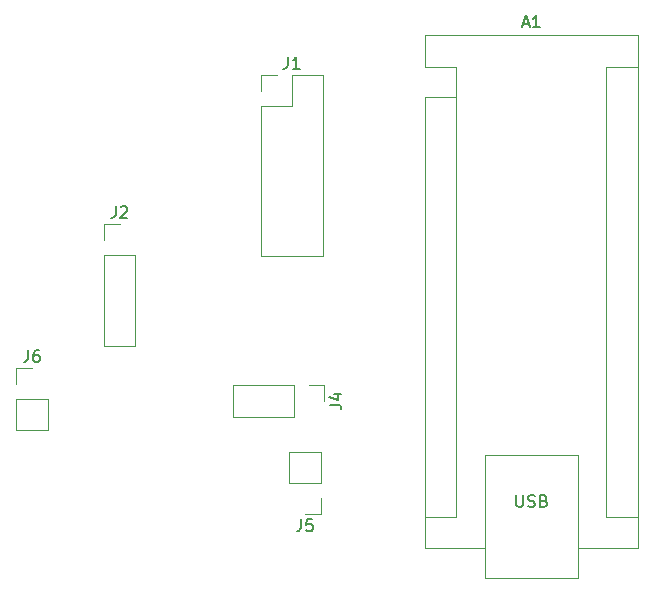
<source format=gbr>
%TF.GenerationSoftware,KiCad,Pcbnew,8.0.1*%
%TF.CreationDate,2024-06-23T19:51:28-03:00*%
%TF.ProjectId,DogFood,446f6746-6f6f-4642-9e6b-696361645f70,rev?*%
%TF.SameCoordinates,Original*%
%TF.FileFunction,Legend,Top*%
%TF.FilePolarity,Positive*%
%FSLAX46Y46*%
G04 Gerber Fmt 4.6, Leading zero omitted, Abs format (unit mm)*
G04 Created by KiCad (PCBNEW 8.0.1) date 2024-06-23 19:51:28*
%MOMM*%
%LPD*%
G01*
G04 APERTURE LIST*
%ADD10C,0.150000*%
%ADD11C,0.120000*%
G04 APERTURE END LIST*
D10*
X108505714Y-66809104D02*
X108981904Y-66809104D01*
X108410476Y-67094819D02*
X108743809Y-66094819D01*
X108743809Y-66094819D02*
X109077142Y-67094819D01*
X109934285Y-67094819D02*
X109362857Y-67094819D01*
X109648571Y-67094819D02*
X109648571Y-66094819D01*
X109648571Y-66094819D02*
X109553333Y-66237676D01*
X109553333Y-66237676D02*
X109458095Y-66332914D01*
X109458095Y-66332914D02*
X109362857Y-66380533D01*
X107958095Y-106734819D02*
X107958095Y-107544342D01*
X107958095Y-107544342D02*
X108005714Y-107639580D01*
X108005714Y-107639580D02*
X108053333Y-107687200D01*
X108053333Y-107687200D02*
X108148571Y-107734819D01*
X108148571Y-107734819D02*
X108339047Y-107734819D01*
X108339047Y-107734819D02*
X108434285Y-107687200D01*
X108434285Y-107687200D02*
X108481904Y-107639580D01*
X108481904Y-107639580D02*
X108529523Y-107544342D01*
X108529523Y-107544342D02*
X108529523Y-106734819D01*
X108958095Y-107687200D02*
X109100952Y-107734819D01*
X109100952Y-107734819D02*
X109339047Y-107734819D01*
X109339047Y-107734819D02*
X109434285Y-107687200D01*
X109434285Y-107687200D02*
X109481904Y-107639580D01*
X109481904Y-107639580D02*
X109529523Y-107544342D01*
X109529523Y-107544342D02*
X109529523Y-107449104D01*
X109529523Y-107449104D02*
X109481904Y-107353866D01*
X109481904Y-107353866D02*
X109434285Y-107306247D01*
X109434285Y-107306247D02*
X109339047Y-107258628D01*
X109339047Y-107258628D02*
X109148571Y-107211009D01*
X109148571Y-107211009D02*
X109053333Y-107163390D01*
X109053333Y-107163390D02*
X109005714Y-107115771D01*
X109005714Y-107115771D02*
X108958095Y-107020533D01*
X108958095Y-107020533D02*
X108958095Y-106925295D01*
X108958095Y-106925295D02*
X109005714Y-106830057D01*
X109005714Y-106830057D02*
X109053333Y-106782438D01*
X109053333Y-106782438D02*
X109148571Y-106734819D01*
X109148571Y-106734819D02*
X109386666Y-106734819D01*
X109386666Y-106734819D02*
X109529523Y-106782438D01*
X110291428Y-107211009D02*
X110434285Y-107258628D01*
X110434285Y-107258628D02*
X110481904Y-107306247D01*
X110481904Y-107306247D02*
X110529523Y-107401485D01*
X110529523Y-107401485D02*
X110529523Y-107544342D01*
X110529523Y-107544342D02*
X110481904Y-107639580D01*
X110481904Y-107639580D02*
X110434285Y-107687200D01*
X110434285Y-107687200D02*
X110339047Y-107734819D01*
X110339047Y-107734819D02*
X109958095Y-107734819D01*
X109958095Y-107734819D02*
X109958095Y-106734819D01*
X109958095Y-106734819D02*
X110291428Y-106734819D01*
X110291428Y-106734819D02*
X110386666Y-106782438D01*
X110386666Y-106782438D02*
X110434285Y-106830057D01*
X110434285Y-106830057D02*
X110481904Y-106925295D01*
X110481904Y-106925295D02*
X110481904Y-107020533D01*
X110481904Y-107020533D02*
X110434285Y-107115771D01*
X110434285Y-107115771D02*
X110386666Y-107163390D01*
X110386666Y-107163390D02*
X110291428Y-107211009D01*
X110291428Y-107211009D02*
X109958095Y-107211009D01*
X66621066Y-94452619D02*
X66621066Y-95166904D01*
X66621066Y-95166904D02*
X66573447Y-95309761D01*
X66573447Y-95309761D02*
X66478209Y-95405000D01*
X66478209Y-95405000D02*
X66335352Y-95452619D01*
X66335352Y-95452619D02*
X66240114Y-95452619D01*
X67525828Y-94452619D02*
X67335352Y-94452619D01*
X67335352Y-94452619D02*
X67240114Y-94500238D01*
X67240114Y-94500238D02*
X67192495Y-94547857D01*
X67192495Y-94547857D02*
X67097257Y-94690714D01*
X67097257Y-94690714D02*
X67049638Y-94881190D01*
X67049638Y-94881190D02*
X67049638Y-95262142D01*
X67049638Y-95262142D02*
X67097257Y-95357380D01*
X67097257Y-95357380D02*
X67144876Y-95405000D01*
X67144876Y-95405000D02*
X67240114Y-95452619D01*
X67240114Y-95452619D02*
X67430590Y-95452619D01*
X67430590Y-95452619D02*
X67525828Y-95405000D01*
X67525828Y-95405000D02*
X67573447Y-95357380D01*
X67573447Y-95357380D02*
X67621066Y-95262142D01*
X67621066Y-95262142D02*
X67621066Y-95024047D01*
X67621066Y-95024047D02*
X67573447Y-94928809D01*
X67573447Y-94928809D02*
X67525828Y-94881190D01*
X67525828Y-94881190D02*
X67430590Y-94833571D01*
X67430590Y-94833571D02*
X67240114Y-94833571D01*
X67240114Y-94833571D02*
X67144876Y-94881190D01*
X67144876Y-94881190D02*
X67097257Y-94928809D01*
X67097257Y-94928809D02*
X67049638Y-95024047D01*
X89735066Y-108774619D02*
X89735066Y-109488904D01*
X89735066Y-109488904D02*
X89687447Y-109631761D01*
X89687447Y-109631761D02*
X89592209Y-109727000D01*
X89592209Y-109727000D02*
X89449352Y-109774619D01*
X89449352Y-109774619D02*
X89354114Y-109774619D01*
X90687447Y-108774619D02*
X90211257Y-108774619D01*
X90211257Y-108774619D02*
X90163638Y-109250809D01*
X90163638Y-109250809D02*
X90211257Y-109203190D01*
X90211257Y-109203190D02*
X90306495Y-109155571D01*
X90306495Y-109155571D02*
X90544590Y-109155571D01*
X90544590Y-109155571D02*
X90639828Y-109203190D01*
X90639828Y-109203190D02*
X90687447Y-109250809D01*
X90687447Y-109250809D02*
X90735066Y-109346047D01*
X90735066Y-109346047D02*
X90735066Y-109584142D01*
X90735066Y-109584142D02*
X90687447Y-109679380D01*
X90687447Y-109679380D02*
X90639828Y-109727000D01*
X90639828Y-109727000D02*
X90544590Y-109774619D01*
X90544590Y-109774619D02*
X90306495Y-109774619D01*
X90306495Y-109774619D02*
X90211257Y-109727000D01*
X90211257Y-109727000D02*
X90163638Y-109679380D01*
X92158019Y-99088533D02*
X92872304Y-99088533D01*
X92872304Y-99088533D02*
X93015161Y-99136152D01*
X93015161Y-99136152D02*
X93110400Y-99231390D01*
X93110400Y-99231390D02*
X93158019Y-99374247D01*
X93158019Y-99374247D02*
X93158019Y-99469485D01*
X92491352Y-98183771D02*
X93158019Y-98183771D01*
X92110400Y-98421866D02*
X92824685Y-98659961D01*
X92824685Y-98659961D02*
X92824685Y-98040914D01*
X74037866Y-82265619D02*
X74037866Y-82979904D01*
X74037866Y-82979904D02*
X73990247Y-83122761D01*
X73990247Y-83122761D02*
X73895009Y-83218000D01*
X73895009Y-83218000D02*
X73752152Y-83265619D01*
X73752152Y-83265619D02*
X73656914Y-83265619D01*
X74466438Y-82360857D02*
X74514057Y-82313238D01*
X74514057Y-82313238D02*
X74609295Y-82265619D01*
X74609295Y-82265619D02*
X74847390Y-82265619D01*
X74847390Y-82265619D02*
X74942628Y-82313238D01*
X74942628Y-82313238D02*
X74990247Y-82360857D01*
X74990247Y-82360857D02*
X75037866Y-82456095D01*
X75037866Y-82456095D02*
X75037866Y-82551333D01*
X75037866Y-82551333D02*
X74990247Y-82694190D01*
X74990247Y-82694190D02*
X74418819Y-83265619D01*
X74418819Y-83265619D02*
X75037866Y-83265619D01*
X88617466Y-69616419D02*
X88617466Y-70330704D01*
X88617466Y-70330704D02*
X88569847Y-70473561D01*
X88569847Y-70473561D02*
X88474609Y-70568800D01*
X88474609Y-70568800D02*
X88331752Y-70616419D01*
X88331752Y-70616419D02*
X88236514Y-70616419D01*
X89617466Y-70616419D02*
X89046038Y-70616419D01*
X89331752Y-70616419D02*
X89331752Y-69616419D01*
X89331752Y-69616419D02*
X89236514Y-69759276D01*
X89236514Y-69759276D02*
X89141276Y-69854514D01*
X89141276Y-69854514D02*
X89046038Y-69902133D01*
D11*
%TO.C,A1*%
X100200000Y-67780000D02*
X100200000Y-70450000D01*
X100200000Y-72990000D02*
X100200000Y-111220000D01*
X100200000Y-111220000D02*
X105280000Y-111220000D01*
X102870000Y-70450000D02*
X100200000Y-70450000D01*
X102870000Y-72990000D02*
X100200000Y-72990000D01*
X102870000Y-72990000D02*
X102870000Y-70450000D01*
X102870000Y-72990000D02*
X102870000Y-108550000D01*
X102870000Y-108550000D02*
X100200000Y-108550000D01*
X105280000Y-103340000D02*
X113160000Y-103340000D01*
X105280000Y-113760000D02*
X105280000Y-103340000D01*
X113160000Y-103340000D02*
X113160000Y-113760000D01*
X113160000Y-113760000D02*
X105280000Y-113760000D01*
X115570000Y-70450000D02*
X115570000Y-108550000D01*
X115570000Y-70450000D02*
X118240000Y-70450000D01*
X115570000Y-108550000D02*
X118240000Y-108550000D01*
X118240000Y-67780000D02*
X100200000Y-67780000D01*
X118240000Y-111220000D02*
X113160000Y-111220000D01*
X118240000Y-111220000D02*
X118240000Y-67780000D01*
%TO.C,J6*%
X68284400Y-98597800D02*
X68284400Y-101197800D01*
X65624400Y-101197800D02*
X68284400Y-101197800D01*
X65624400Y-98597800D02*
X68284400Y-98597800D01*
X65624400Y-98597800D02*
X65624400Y-101197800D01*
X65624400Y-97327800D02*
X65624400Y-95997800D01*
X65624400Y-95997800D02*
X66954400Y-95997800D01*
%TO.C,J5*%
X91398400Y-108319800D02*
X90068400Y-108319800D01*
X91398400Y-106989800D02*
X91398400Y-108319800D01*
X91398400Y-105719800D02*
X91398400Y-103119800D01*
X91398400Y-105719800D02*
X88738400Y-105719800D01*
X91398400Y-103119800D02*
X88738400Y-103119800D01*
X88738400Y-105719800D02*
X88738400Y-103119800D01*
%TO.C,J4*%
X91703200Y-97425200D02*
X91703200Y-98755200D01*
X90373200Y-97425200D02*
X91703200Y-97425200D01*
X89103200Y-97425200D02*
X83963200Y-97425200D01*
X89103200Y-97425200D02*
X89103200Y-100085200D01*
X83963200Y-97425200D02*
X83963200Y-100085200D01*
X89103200Y-100085200D02*
X83963200Y-100085200D01*
%TO.C,J2*%
X75701200Y-86410800D02*
X75701200Y-94090800D01*
X73041200Y-94090800D02*
X75701200Y-94090800D01*
X73041200Y-86410800D02*
X75701200Y-86410800D01*
X73041200Y-86410800D02*
X73041200Y-94090800D01*
X73041200Y-85140800D02*
X73041200Y-83810800D01*
X73041200Y-83810800D02*
X74371200Y-83810800D01*
%TO.C,J1*%
X86350800Y-71161600D02*
X87680800Y-71161600D01*
X86350800Y-72491600D02*
X86350800Y-71161600D01*
X86350800Y-73761600D02*
X86350800Y-86521600D01*
X86350800Y-73761600D02*
X88950800Y-73761600D01*
X86350800Y-86521600D02*
X91550800Y-86521600D01*
X88950800Y-71161600D02*
X91550800Y-71161600D01*
X88950800Y-73761600D02*
X88950800Y-71161600D01*
X91550800Y-71161600D02*
X91550800Y-86521600D01*
%TD*%
M02*

</source>
